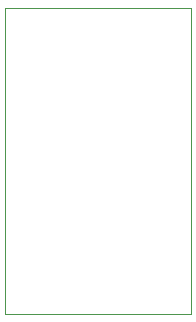
<source format=gbo>
G04 Layer_Color=32896*
%FSLAX25Y25*%
%MOIN*%
G70*
G01*
G75*
%ADD14C,0.00394*%
D14*
X1412000Y632000D02*
Y734000D01*
Y632000D02*
X1474000D01*
Y734000D01*
X1412000D02*
X1474000D01*
M02*

</source>
